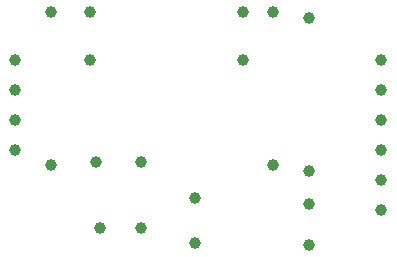
<source format=gbr>
G04 Generated by Ultiboard *
%FSLAX25Y25*%
%MOIN*%

%ADD10C,0.03937*%


G04 ColorRGB 000000 for the following layer *
%LNDrill-Copper Top-Copper Bottom*%
%LPD*%
%FSLAX25Y25*%
%MOIN*%
G54D10*
X6000Y350000D03*
X6000Y340000D03*
X6000Y360000D03*
X6000Y370000D03*
X128000Y330000D03*
X128000Y320000D03*
X128000Y340000D03*
X128000Y360000D03*
X128000Y350000D03*
X128000Y370000D03*
X18000Y334819D03*
X18000Y386000D03*
X30819Y370000D03*
X82000Y370000D03*
X92000Y334819D03*
X92000Y386000D03*
X104000Y332819D03*
X104000Y384000D03*
X66000Y309000D03*
X66000Y324000D03*
X34220Y314000D03*
X48000Y314000D03*
X33000Y336000D03*
X48000Y336000D03*
X104000Y308220D03*
X104000Y322000D03*
X30819Y386000D03*
X82000Y386000D03*

M00*

</source>
